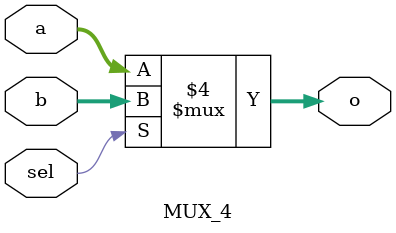
<source format=v>
`timescale 1ns / 1ps
module MUX_4(
   input [15:0]a,
	input [15:0]b,
	input sel,
	output reg[15:0]o
    );
	 
	 always @ (*)
	 begin
		if(sel == 0)
			o=a;
		else
			o=b;
	 end


endmodule

</source>
